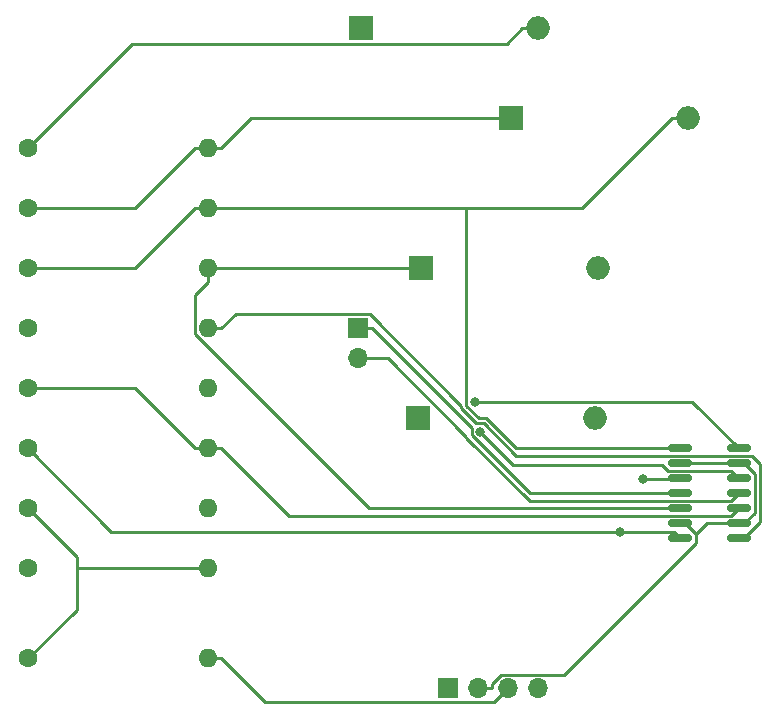
<source format=gbr>
%TF.GenerationSoftware,KiCad,Pcbnew,7.0.6*%
%TF.CreationDate,2023-07-25T19:52:03+05:30*%
%TF.ProjectId,class1_assignment,636c6173-7331-45f6-9173-7369676e6d65,rev?*%
%TF.SameCoordinates,Original*%
%TF.FileFunction,Copper,L1,Top*%
%TF.FilePolarity,Positive*%
%FSLAX46Y46*%
G04 Gerber Fmt 4.6, Leading zero omitted, Abs format (unit mm)*
G04 Created by KiCad (PCBNEW 7.0.6) date 2023-07-25 19:52:03*
%MOMM*%
%LPD*%
G01*
G04 APERTURE LIST*
G04 Aperture macros list*
%AMRoundRect*
0 Rectangle with rounded corners*
0 $1 Rounding radius*
0 $2 $3 $4 $5 $6 $7 $8 $9 X,Y pos of 4 corners*
0 Add a 4 corners polygon primitive as box body*
4,1,4,$2,$3,$4,$5,$6,$7,$8,$9,$2,$3,0*
0 Add four circle primitives for the rounded corners*
1,1,$1+$1,$2,$3*
1,1,$1+$1,$4,$5*
1,1,$1+$1,$6,$7*
1,1,$1+$1,$8,$9*
0 Add four rect primitives between the rounded corners*
20,1,$1+$1,$2,$3,$4,$5,0*
20,1,$1+$1,$4,$5,$6,$7,0*
20,1,$1+$1,$6,$7,$8,$9,0*
20,1,$1+$1,$8,$9,$2,$3,0*%
G04 Aperture macros list end*
%TA.AperFunction,SMDPad,CuDef*%
%ADD10RoundRect,0.150000X-0.825000X-0.150000X0.825000X-0.150000X0.825000X0.150000X-0.825000X0.150000X0*%
%TD*%
%TA.AperFunction,ComponentPad*%
%ADD11R,1.700000X1.700000*%
%TD*%
%TA.AperFunction,ComponentPad*%
%ADD12O,1.700000X1.700000*%
%TD*%
%TA.AperFunction,ComponentPad*%
%ADD13C,1.600000*%
%TD*%
%TA.AperFunction,ComponentPad*%
%ADD14O,1.600000X1.600000*%
%TD*%
%TA.AperFunction,ComponentPad*%
%ADD15R,2.000000X2.000000*%
%TD*%
%TA.AperFunction,ComponentPad*%
%ADD16O,2.000000X2.000000*%
%TD*%
%TA.AperFunction,ViaPad*%
%ADD17C,0.800000*%
%TD*%
%TA.AperFunction,Conductor*%
%ADD18C,0.250000*%
%TD*%
G04 APERTURE END LIST*
D10*
%TO.P,U1,1*%
%TO.N,Net-(J1-Pin_3)*%
X174615000Y-109220000D03*
%TO.P,U1,2,-*%
%TO.N,GND*%
X174615000Y-110490000D03*
%TO.P,U1,3,+*%
%TO.N,Net-(U1A-+)*%
X174615000Y-111760000D03*
%TO.P,U1,4,V+*%
%TO.N,Net-(J2-Pin_1)*%
X174615000Y-113030000D03*
%TO.P,U1,5,+*%
%TO.N,Net-(U1B-+)*%
X174615000Y-114300000D03*
%TO.P,U1,6,-*%
%TO.N,GND*%
X174615000Y-115570000D03*
%TO.P,U1,7*%
%TO.N,Net-(C3-Pad2)*%
X174615000Y-116840000D03*
%TO.P,U1,8*%
%TO.N,Net-(R4-Pad2)*%
X179565000Y-116840000D03*
%TO.P,U1,9,-*%
%TO.N,GND*%
X179565000Y-115570000D03*
%TO.P,U1,10,+*%
%TO.N,Net-(U1C-+)*%
X179565000Y-114300000D03*
%TO.P,U1,11,V-*%
%TO.N,Net-(J2-Pin_2)*%
X179565000Y-113030000D03*
%TO.P,U1,12,+*%
%TO.N,Net-(U1D-+)*%
X179565000Y-111760000D03*
%TO.P,U1,13,-*%
%TO.N,GND*%
X179565000Y-110490000D03*
%TO.P,U1,14*%
%TO.N,Net-(C4-Pad1)*%
X179565000Y-109220000D03*
%TD*%
D11*
%TO.P,J2,1,Pin_1*%
%TO.N,Net-(J2-Pin_1)*%
X147320000Y-99060000D03*
D12*
%TO.P,J2,2,Pin_2*%
%TO.N,Net-(J2-Pin_2)*%
X147320000Y-101600000D03*
%TD*%
D13*
%TO.P,R9,1*%
%TO.N,Net-(U1D-+)*%
X119380000Y-127000000D03*
D14*
%TO.P,R9,2*%
%TO.N,Net-(J1-Pin_3)*%
X134620000Y-127000000D03*
%TD*%
D13*
%TO.P,R8,1*%
%TO.N,Net-(C1-Pad2)*%
X119380000Y-119380000D03*
D14*
%TO.P,R8,2*%
%TO.N,Net-(U1D-+)*%
X134620000Y-119380000D03*
%TD*%
D13*
%TO.P,R6,1*%
%TO.N,Net-(C3-Pad2)*%
X119380000Y-109220000D03*
D14*
%TO.P,R6,2*%
%TO.N,Net-(U1C-+)*%
X134620000Y-109220000D03*
%TD*%
D13*
%TO.P,R4,1*%
%TO.N,Net-(U1A-+)*%
X119380000Y-99060000D03*
D14*
%TO.P,R4,2*%
%TO.N,Net-(R4-Pad2)*%
X134620000Y-99060000D03*
%TD*%
D13*
%TO.P,R3,1*%
%TO.N,Net-(J1-Pin_3)*%
X119380000Y-93980000D03*
D14*
%TO.P,R3,2*%
%TO.N,Net-(U1B-+)*%
X134620000Y-93980000D03*
%TD*%
D13*
%TO.P,R5,1*%
%TO.N,Net-(U1C-+)*%
X119380000Y-104140000D03*
D14*
%TO.P,R5,2*%
%TO.N,Net-(R4-Pad2)*%
X134620000Y-104140000D03*
%TD*%
D13*
%TO.P,R7,1*%
%TO.N,Net-(U1D-+)*%
X119380000Y-114300000D03*
D14*
%TO.P,R7,2*%
%TO.N,Net-(C4-Pad1)*%
X134620000Y-114300000D03*
%TD*%
D13*
%TO.P,R2,1*%
%TO.N,Net-(U1A-+)*%
X119380000Y-88900000D03*
D14*
%TO.P,R2,2*%
%TO.N,Net-(J1-Pin_3)*%
X134620000Y-88900000D03*
%TD*%
D15*
%TO.P,C4,1*%
%TO.N,Net-(C4-Pad1)*%
X152400000Y-106680000D03*
D16*
%TO.P,C4,2*%
%TO.N,Net-(J1-Pin_4)*%
X167400000Y-106680000D03*
%TD*%
D15*
%TO.P,C1,1*%
%TO.N,Net-(J1-Pin_1)*%
X147560000Y-73660000D03*
D16*
%TO.P,C1,2*%
%TO.N,Net-(C1-Pad2)*%
X162560000Y-73660000D03*
%TD*%
D15*
%TO.P,C3,1*%
%TO.N,Net-(U1B-+)*%
X152640000Y-93980000D03*
D16*
%TO.P,C3,2*%
%TO.N,Net-(C3-Pad2)*%
X167640000Y-93980000D03*
%TD*%
D15*
%TO.P,C2,1*%
%TO.N,Net-(U1A-+)*%
X160260000Y-81280000D03*
D16*
%TO.P,C2,2*%
%TO.N,Net-(J1-Pin_3)*%
X175260000Y-81280000D03*
%TD*%
D11*
%TO.P,J1,1,Pin_1*%
%TO.N,Net-(J1-Pin_1)*%
X154940000Y-129540000D03*
D12*
%TO.P,J1,2,Pin_2*%
%TO.N,GND*%
X157480000Y-129540000D03*
%TO.P,J1,3,Pin_3*%
%TO.N,Net-(J1-Pin_3)*%
X160020000Y-129540000D03*
%TO.P,J1,4,Pin_4*%
%TO.N,Net-(J1-Pin_4)*%
X162560000Y-129540000D03*
%TD*%
D13*
%TO.P,R1,1*%
%TO.N,Net-(C1-Pad2)*%
X119380000Y-83820000D03*
D14*
%TO.P,R1,2*%
%TO.N,Net-(U1A-+)*%
X134620000Y-83820000D03*
%TD*%
D17*
%TO.N,Net-(U1D-+)*%
X157660900Y-107818200D03*
%TO.N,Net-(C4-Pad1)*%
X157212500Y-105292700D03*
%TO.N,Net-(C3-Pad2)*%
X169506500Y-116275400D03*
%TO.N,Net-(U1A-+)*%
X171477200Y-111819800D03*
%TD*%
D18*
%TO.N,Net-(J2-Pin_2)*%
X147320000Y-101600000D02*
X148496900Y-101600000D01*
X178931300Y-113663700D02*
X179565000Y-113030000D01*
X161839400Y-113663700D02*
X178931300Y-113663700D01*
X156482100Y-108306400D02*
X161839400Y-113663700D01*
X156482100Y-108266600D02*
X156482100Y-108306400D01*
X149815500Y-101600000D02*
X156482100Y-108266600D01*
X148496900Y-101600000D02*
X149815500Y-101600000D01*
%TO.N,Net-(J2-Pin_1)*%
X147320000Y-99060000D02*
X148496900Y-99060000D01*
X161844800Y-113030000D02*
X174615000Y-113030000D01*
X156934000Y-108119200D02*
X161844800Y-113030000D01*
X156934000Y-107497100D02*
X156934000Y-108119200D01*
X148496900Y-99060000D02*
X156934000Y-107497100D01*
%TO.N,Net-(U1D-+)*%
X123508300Y-119380000D02*
X134620000Y-119380000D01*
X123508300Y-118428300D02*
X123508300Y-119380000D01*
X119380000Y-114300000D02*
X123508300Y-118428300D01*
X123508300Y-122871700D02*
X119380000Y-127000000D01*
X123508300Y-119380000D02*
X123508300Y-122871700D01*
X178930000Y-111125000D02*
X179565000Y-111760000D01*
X173548300Y-111125000D02*
X178930000Y-111125000D01*
X173053200Y-110629900D02*
X173548300Y-111125000D01*
X160472600Y-110629900D02*
X173053200Y-110629900D01*
X157660900Y-107818200D02*
X160472600Y-110629900D01*
%TO.N,Net-(U1C-+)*%
X134620000Y-109220000D02*
X135746900Y-109220000D01*
X141460400Y-114933500D02*
X135746900Y-109220000D01*
X178931500Y-114933500D02*
X141460400Y-114933500D01*
X179565000Y-114300000D02*
X178931500Y-114933500D01*
X128413100Y-104140000D02*
X133493100Y-109220000D01*
X119380000Y-104140000D02*
X128413100Y-104140000D01*
X134620000Y-109220000D02*
X133493100Y-109220000D01*
%TO.N,Net-(R4-Pad2)*%
X134620000Y-99060000D02*
X135746900Y-99060000D01*
X136959900Y-97847000D02*
X135746900Y-99060000D01*
X148292800Y-97847000D02*
X136959900Y-97847000D01*
X156033700Y-105587900D02*
X148292800Y-97847000D01*
X156033700Y-105785300D02*
X156033700Y-105587900D01*
X157339700Y-107091300D02*
X156033700Y-105785300D01*
X157962000Y-107091300D02*
X157339700Y-107091300D01*
X160725700Y-109855000D02*
X157962000Y-107091300D01*
X180642600Y-109855000D02*
X160725700Y-109855000D01*
X181365000Y-110577400D02*
X180642600Y-109855000D01*
X181365000Y-115439200D02*
X181365000Y-110577400D01*
X179964200Y-116840000D02*
X181365000Y-115439200D01*
X179565000Y-116840000D02*
X179964200Y-116840000D01*
%TO.N,GND*%
X174615000Y-110490000D02*
X179565000Y-110490000D01*
X157480000Y-129540000D02*
X158656900Y-129540000D01*
X176830600Y-115570000D02*
X175919700Y-116480900D01*
X179565000Y-115570000D02*
X176830600Y-115570000D01*
X175919700Y-117209800D02*
X175919700Y-116480900D01*
X164766400Y-128363100D02*
X175919700Y-117209800D01*
X159465900Y-128363100D02*
X164766400Y-128363100D01*
X158656900Y-129172100D02*
X159465900Y-128363100D01*
X158656900Y-129540000D02*
X158656900Y-129172100D01*
X175008800Y-115570000D02*
X174615000Y-115570000D01*
X175919700Y-116480900D02*
X175008800Y-115570000D01*
X179993700Y-115570000D02*
X179565000Y-115570000D01*
X180895000Y-114668700D02*
X179993700Y-115570000D01*
X180895000Y-111398900D02*
X180895000Y-114668700D01*
X179986100Y-110490000D02*
X180895000Y-111398900D01*
X179565000Y-110490000D02*
X179986100Y-110490000D01*
%TO.N,Net-(C4-Pad1)*%
X175637700Y-105292700D02*
X179565000Y-109220000D01*
X157212500Y-105292700D02*
X175637700Y-105292700D01*
%TO.N,Net-(C3-Pad2)*%
X174050400Y-116275400D02*
X169506500Y-116275400D01*
X174615000Y-116840000D02*
X174050400Y-116275400D01*
X126435400Y-116275400D02*
X169506500Y-116275400D01*
X119380000Y-109220000D02*
X126435400Y-116275400D01*
%TO.N,Net-(U1B-+)*%
X152640000Y-93980000D02*
X134620000Y-93980000D01*
X148243500Y-114300000D02*
X174615000Y-114300000D01*
X133490800Y-99547300D02*
X148243500Y-114300000D01*
X133490800Y-96236100D02*
X133490800Y-99547300D01*
X134620000Y-95106900D02*
X133490800Y-96236100D01*
X134620000Y-93980000D02*
X134620000Y-95106900D01*
%TO.N,Net-(J1-Pin_3)*%
X175260000Y-81280000D02*
X173933100Y-81280000D01*
X128413100Y-93980000D02*
X119380000Y-93980000D01*
X133493100Y-88900000D02*
X128413100Y-93980000D01*
X134620000Y-88900000D02*
X133493100Y-88900000D01*
X139463800Y-130716900D02*
X135746900Y-127000000D01*
X158843100Y-130716900D02*
X139463800Y-130716900D01*
X160020000Y-129540000D02*
X158843100Y-130716900D01*
X134620000Y-127000000D02*
X135746900Y-127000000D01*
X134620000Y-88900000D02*
X156485600Y-88900000D01*
X166313100Y-88900000D02*
X173933100Y-81280000D01*
X156485600Y-88900000D02*
X166313100Y-88900000D01*
X156485600Y-105593700D02*
X156485600Y-88900000D01*
X157531300Y-106639400D02*
X156485600Y-105593700D01*
X158149200Y-106639400D02*
X157531300Y-106639400D01*
X160729800Y-109220000D02*
X158149200Y-106639400D01*
X174615000Y-109220000D02*
X160729800Y-109220000D01*
%TO.N,Net-(U1A-+)*%
X128413100Y-88900000D02*
X119380000Y-88900000D01*
X133493100Y-83820000D02*
X128413100Y-88900000D01*
X134620000Y-83820000D02*
X133493100Y-83820000D01*
X138286900Y-81280000D02*
X135746900Y-83820000D01*
X160260000Y-81280000D02*
X138286900Y-81280000D01*
X134620000Y-83820000D02*
X135746900Y-83820000D01*
X174555200Y-111819800D02*
X171477200Y-111819800D01*
X174615000Y-111760000D02*
X174555200Y-111819800D01*
%TO.N,Net-(C1-Pad2)*%
X128213100Y-74986900D02*
X119380000Y-83820000D01*
X159906200Y-74986900D02*
X128213100Y-74986900D01*
X161233100Y-73660000D02*
X159906200Y-74986900D01*
X162560000Y-73660000D02*
X161233100Y-73660000D01*
%TD*%
M02*

</source>
